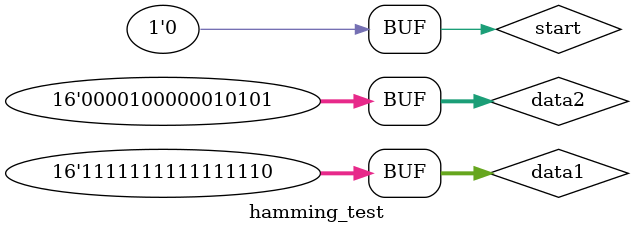
<source format=v>
`timescale 1ns / 1ps


module hamming_test;

	// Inputs
	reg [15:0] data1;
	reg [15:0] data2;
	reg start;

	// Outputs
	wire [4:0] Out;
	wire done;

	// Instantiate the Unit Under Test (UUT)
	hamming_distance uut (
		.data1(data1), 
		.data2(data2), 
		.Out(Out), 
		.done(done), 
		.start(start)
	);

	initial begin
		// Initialize Inputs
		data1 = 45;
		data2 = 36;
		start = 1;

		// Wait 100 ns for global reset to finish
		#50;
        
		// Add stimulus here

		data1 =11545;
		data2 = 31236;
		start = 1;
      #50;
		
		
		data1 = 41685;
		data2 = 21226;
		start = 1;
      #50;
		
		
	   data1 = 1878;
		data2 = 1945;
		start = 1;
      #50;
		
		
		data1 = 2020;
		data2 = 1399;
		start = 1;
      #50;
		
		
		data1 = 1024;
		data2 = 1023;
		start = 1;
      #50;
		
		
		
		data1 = 1973;
		data2 = 1352;
		start = 1;
      #50;
		
		
		data1 = 187;
		data2 = 2532;
		start = 1;
      #50;
		
		
		data1 = 504;
		data2 = 7;
		start = 1;
      #50;
		
		
		data1 = 120;
		data2 = 7;
		start = 1;
      #50;
		
		
		
		data1 = 65534;
		data2 = 2;
		start =1;
      #50;
		
		
		
		data1 = 65534;
		data2 = 2069;
		start =0;
      #50;
		
	end
      
endmodule


</source>
